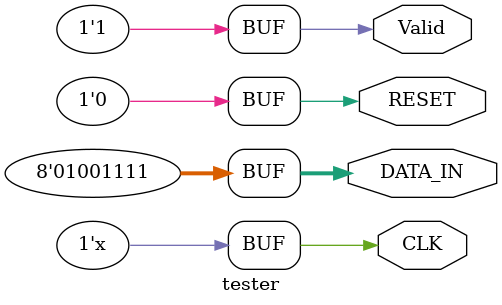
<source format=v>

module tester
  (
   output reg [7:0] DATA_IN,
   output reg 	    CLK,
   output reg 	    RESET,
	 output reg				Valid
   );

   initial
     begin
	CLK = 1;
	Valid = 0;
	RESET = 0;
	#3 RESET = 1;
	#9 RESET = 0;
	#16 DATA_IN = 8'b00100101;
	#16 DATA_IN = 8'b00101000;
	Valid = 1'b1;
	#16 DATA_IN = 8'b11111001;
	#16 DATA_IN = 8'b01001111;
	#16 DATA_IN = 8'b10100110;
	#16 DATA_IN = 8'b00111001;
	#16 DATA_IN = 8'b10101000;
	#16 DATA_IN = 8'b11111001;
	#16 DATA_IN = 8'b01001111;
     end

   always
     begin
	#1 CLK = ~CLK;
     end

endmodule

</source>
